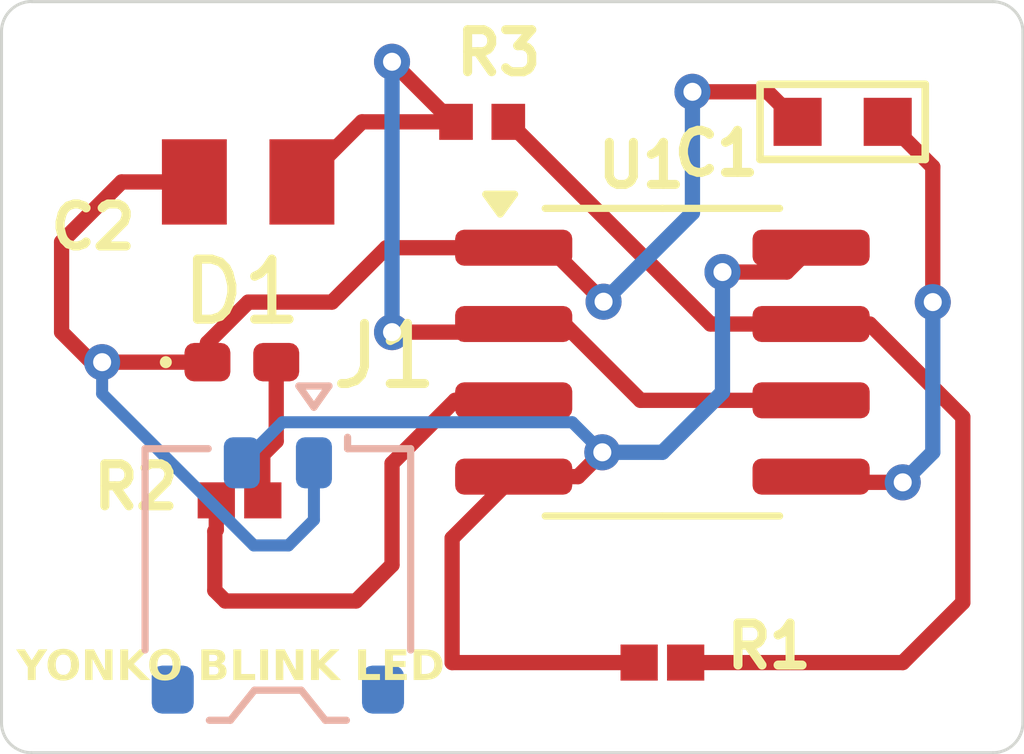
<source format=kicad_pcb>
(kicad_pcb (version 20240108) (generator "pcbnew") (generator_version "8.0")
  (title_block (title "Yonko Blink LED") (date "2025-06-26") (company "IDT"))
  (layers (0 "F.Cu" signal) (31 "B.Cu" signal) (34 "B.Paste" user) (35 "F.Paste" user) (36 "B.SilkS" user "B.Silkscreen") (37 "F.SilkS" user "F.Silkscreen") (38 "B.Mask" user) (39 "F.Mask" user) (44 "Edge.Cuts" user))
  (net 0 "")
  (net 1 "Net-(U1-CV)")
  (net 2 "Net-(U1-THR)")
  (net 3 "Net-(D1-A)")
  (net 4 "Net-(U1-DIS)")
  (net 5 "Net-(U1-Q)")
  (net 6 "Net-(D1-K)")
  (net 7 "Net-(J1-Pin_2)")
  (footprint "CRG0402J10K_10:RESC1005X40N" (layer "F.Cu") (at 125 86 180)
    (property "Reference" "R3" (at -0.275 1.15 0) (layer "F.SilkS") (effects (font (size 0.7 0.7))))
    (property "Value" "10K")
    (pad "1" smd rect (at -0.435 0 180) (size 0.56 0.6) (layers "F.Cu" "F.Paste" "F.Mask") (net 4 "Net-(U1-DIS)"))
    (pad "2" smd rect (at 0.435 0 180) (size 0.56 0.6) (layers "F.Cu" "F.Paste" "F.Mask") (net 2 "Net-(U1-THR)"))
  )
  (footprint "Package_SO:SOIC-8_3.9x4.9mm_P1.27mm" (layer "F.Cu") (at 128 90)
    (property "Reference" "U1" (at -0.35 -3.275 0) (layer "F.SilkS") (effects (font (size 0.7 0.7))))
    (property "Value" "NE555D")
    (fp_line (start 0 -2.56) (end -1.95 -2.56) (stroke (width 0.12)) (layer "F.SilkS"))
    (fp_line (start 0 -2.56) (end 1.95 -2.56) (stroke (width 0.12)) (layer "F.SilkS"))
    (fp_line (start 0 2.56) (end -1.95 2.56) (stroke (width 0.12)) (layer "F.SilkS"))
    (fp_line (start 0 2.56) (end 1.95 2.56) (stroke (width 0.12)) (layer "F.SilkS"))
    (fp_poly (pts (xy -2.7 -2.465) (xy -2.94 -2.795) (xy -2.46 -2.795) (xy -2.7 -2.465)) (stroke (width 0.12)) (fill solid) (layer "F.SilkS"))
    (pad "1" smd roundrect (at -2.475 -1.905) (size 1.95 0.6) (layers "F.Cu" "F.Paste" "F.Mask") (net 6 "Net-(D1-K)"))
    (pad "2" smd roundrect (at -2.475 -0.635) (size 1.95 0.6) (layers "F.Cu" "F.Paste" "F.Mask") (net 2 "Net-(U1-THR)"))
    (pad "3" smd roundrect (at -2.475 0.635) (size 1.95 0.6) (layers "F.Cu" "F.Paste" "F.Mask") (net 5 "Net-(U1-Q)"))
    (pad "4" smd roundrect (at -2.475 1.905) (size 1.95 0.6) (layers "F.Cu" "F.Paste" "F.Mask") (net 7 "Net-(J1-Pin_2)"))
    (pad "5" smd roundrect (at 2.475 1.905) (size 1.95 0.6) (layers "F.Cu" "F.Paste" "F.Mask") (net 1 "Net-(U1-CV)"))
    (pad "6" smd roundrect (at 2.475 0.635) (size 1.95 0.6) (layers "F.Cu" "F.Paste" "F.Mask") (net 2 "Net-(U1-THR)"))
    (pad "7" smd roundrect (at 2.475 -0.635) (size 1.95 0.6) (layers "F.Cu" "F.Paste" "F.Mask") (net 4 "Net-(U1-DIS)"))
    (pad "8" smd roundrect (at 2.475 -1.905) (size 1.95 0.6) (layers "F.Cu" "F.Paste" "F.Mask") (net 7 "Net-(J1-Pin_2)"))
  )
  (footprint "WCAP-CSGP_0603:WCAP-CSGP_0603_R" (layer "F.Cu") (at 131 86 180)
    (property "Reference" "C1" (at 2.1 -0.525 0) (layer "F.SilkS") (effects (font (size 0.7 0.7))))
    (property "Value" "10nF")
    (fp_line (start 1.375 0.625) (end -1.375 0.625) (stroke (width 0.127)) (layer "F.SilkS"))
    (fp_line (start 1.375 -0.625) (end 1.375 0.625) (stroke (width 0.127)) (layer "F.SilkS"))
    (fp_line (start -1.375 0.625) (end -1.375 -0.625) (stroke (width 0.127)) (layer "F.SilkS"))
    (fp_line (start -1.375 -0.625) (end 1.375 -0.625) (stroke (width 0.127)) (layer "F.SilkS"))
    (pad "1" smd rect (at -0.75 0 180) (size 0.8 0.8) (layers "F.Cu" "F.Paste" "F.Mask") (net 1 "Net-(U1-CV)"))
    (pad "2" smd rect (at 0.75 0 180) (size 0.8 0.8) (layers "F.Cu" "F.Paste" "F.Mask") (net 6 "Net-(D1-K)"))
  )
  (footprint "WR04X1001FTL:CAPC1005X55N" (layer "F.Cu") (at 120.962 92.3)
    (property "Reference" "R2" (at -1.725 -0.225 0) (layer "F.SilkS") (effects (font (size 0.7 0.7))))
    (property "Value" "1K")
    (pad "1" smd rect (at -0.387 0) (size 0.62 0.6) (layers "F.Cu" "F.Paste" "F.Mask") (net 5 "Net-(U1-Q)"))
    (pad "2" smd rect (at 0.387 0) (size 0.62 0.6) (layers "F.Cu" "F.Paste" "F.Mask") (net 3 "Net-(D1-A)"))
  )
  (footprint "GRM21BR71A106KA73L:CAPC2012X140N" (layer "F.Cu") (at 121.105 87 180)
    (property "Reference" "C2" (at 2.58 -0.75 0) (layer "F.SilkS") (effects (font (size 0.7 0.7))))
    (property "Value" "10uF")
    (pad "1" smd rect (at -0.895 0 180) (size 1.08 1.42) (layers "F.Cu" "F.Paste" "F.Mask") (net 2 "Net-(U1-THR)"))
    (pad "2" smd rect (at 0.895 0 180) (size 1.08 1.42) (layers "F.Cu" "F.Paste" "F.Mask") (net 6 "Net-(D1-K)"))
  )
  (footprint "LED_SMD:LED_0402_1005Metric_Pad0.77x0.64mm_HandSolder" (layer "F.Cu") (at 121 90)
    (property "Reference" "D1" (at 0 -1.17 0) (layer "F.SilkS"))
    (property "Value" "LED" (hide yes))
    (fp_circle (center -1.265 0) (end -1.215 0) (stroke (width 0.1)) (fill none) (layer "F.SilkS"))
    (pad "1" smd roundrect (at -0.5725 0) (size 0.765 0.64) (layers "F.Cu" "F.Paste" "F.Mask") (net 6 "Net-(D1-K)"))
    (pad "2" smd roundrect (at 0.5725 0) (size 0.765 0.64) (layers "F.Cu" "F.Paste" "F.Mask") (net 3 "Net-(D1-A)"))
  )
  (footprint "WR04X1001FTL:CAPC1005X55N" (layer "F.Cu") (at 128 95 180)
    (property "Reference" "R1" (at -1.775 0.275 0) (layer "F.SilkS") (effects (font (size 0.7 0.7))))
    (property "Value" "1K")
    (pad "1" smd rect (at -0.387 0 180) (size 0.62 0.6) (layers "F.Cu" "F.Paste" "F.Mask") (net 4 "Net-(U1-DIS)"))
    (pad "2" smd rect (at 0.387 0 180) (size 0.62 0.6) (layers "F.Cu" "F.Paste" "F.Mask") (net 7 "Net-(J1-Pin_2)"))
  )
  (footprint "Connector_JST:JST_ACH_BM02B-ACHSS-GAN-ETF_1x02-1MP_P1.20mm_Vertical" (layer "B.Cu") (at 121.6 93.55 180)
    (property "Reference" "J1" (at -1.775 3.65 0) (layer "F.SilkS"))
    (property "Value" "Conn_01x02_Socket")
    (fp_line (start 2.21 2.11) (end 2.21 -1.24) (stroke (width 0.12)) (layer "B.SilkS"))
    (fp_line (start 1.16 2.11) (end 2.21 2.11) (stroke (width 0.12)) (layer "B.SilkS"))
    (fp_line (start 1.14 -2.41) (end 0.79 -2.41) (stroke (width 0.12)) (layer "B.SilkS"))
    (fp_line (start 0.79 -2.41) (end 0.39 -1.91) (stroke (width 0.12)) (layer "B.SilkS"))
    (fp_line (start 0.39 -1.91) (end -0.39 -1.91) (stroke (width 0.12)) (layer "B.SilkS"))
    (fp_line (start -0.35 3.153553) (end -0.6 2.8) (stroke (width 0.12)) (layer "B.SilkS"))
    (fp_line (start -0.39 -1.91) (end -0.79 -2.41) (stroke (width 0.12)) (layer "B.SilkS"))
    (fp_line (start -0.6 2.8) (end -0.85 3.153553) (stroke (width 0.12)) (layer "B.SilkS"))
    (fp_line (start -0.79 -2.41) (end -1.14 -2.41) (stroke (width 0.12)) (layer "B.SilkS"))
    (fp_line (start -0.85 3.153553) (end -0.35 3.153553) (stroke (width 0.12)) (layer "B.SilkS"))
    (fp_line (start -1.16 2.3) (end -1.16 2.11) (stroke (width 0.12)) (layer "B.SilkS"))
    (fp_line (start -1.16 2.11) (end -2.21 2.11) (stroke (width 0.12)) (layer "B.SilkS"))
    (fp_line (start -2.21 2.11) (end -2.21 -1.24) (stroke (width 0.12)) (layer "B.SilkS"))
    (pad "1" smd roundrect (at -0.6 1.875 180) (size 0.6 0.85) (layers "B.Cu" "B.Paste" "B.Mask") (net 6 "Net-(D1-K)"))
    (pad "2" smd roundrect (at 0.6 1.875 180) (size 0.6 0.85) (layers "B.Cu" "B.Paste" "B.Mask") (net 7 "Net-(J1-Pin_2)"))
    (pad "MP" smd roundrect (at -1.75 -1.9 180) (size 0.7 0.8) (layers "B.Cu" "B.Paste" "B.Mask"))
    (pad "MP" smd roundrect (at 1.75 -1.9 180) (size 0.7 0.8) (layers "B.Cu" "B.Paste" "B.Mask"))
  )
  (gr_arc (start 134 96) (mid 133.853553 96.353553) (end 133.5 96.5) (stroke (width 0.05)) (layer "Edge.Cuts"))
  (gr_arc (start 117 84.5) (mid 117.148404 84.143238) (end 117.506051 83.996979) (stroke (width 0.05)) (layer "Edge.Cuts"))
  (gr_line (start 134 84.95) (end 134 96) (stroke (width 0.05)) (layer "Edge.Cuts"))
  (gr_line (start 133.5 96.5) (end 117.5 96.5) (stroke (width 0.05)) (layer "Edge.Cuts"))
  (gr_line (start 117 96) (end 117 84.5) (stroke (width 0.05)) (layer "Edge.Cuts"))
  (gr_arc (start 133.496447 83.999493) (mid 133.854298 84.148562) (end 134.000491 84.507597) (stroke (width 0.05)) (layer "Edge.Cuts"))
  (gr_arc (start 117.5 96.5) (mid 117.146447 96.353553) (end 117 96) (stroke (width 0.05)) (layer "Edge.Cuts"))
  (gr_line (start 117.5 83.999493) (end 133.496447 83.999493) (stroke (width 0.05)) (layer "Edge.Cuts"))
  (gr_line (start 134 84.5) (end 134 84.95) (stroke (width 0.05)) (layer "Edge.Cuts"))
  (gr_text "YONKO BLINK LED" (at 117.25 95.375 0) (layer "F.SilkS") (effects (font (size 0.5 0.5) (thickness 0.125) (bold yes)) (justify left bottom)))
  (segment (start 130.57 92) (end 130.475 91.905) (width 0.254) (layer "F.Cu") (net 1))
  (segment (start 132 92) (end 130.57 92) (width 0.254) (layer "F.Cu") (net 1))
  (segment (start 132.5 86.75) (end 132.5 89) (width 0.254) (layer "F.Cu") (net 1))
  (segment (start 131.75 86) (end 132.5 86.75) (width 0.254) (layer "F.Cu") (net 1))
  (via (at 132.5 89) (size 0.6) (drill 0.3) (layers "F.Cu" "B.Cu") (net 1))
  (via (at 132 92) (size 0.6) (drill 0.3) (layers "F.Cu" "B.Cu") (net 1))
  (segment (start 132.5 91.5) (end 132 92) (width 0.254) (layer "B.Cu") (net 1))
  (segment (start 132.5 89) (end 132.5 91.5) (width 0.254) (layer "B.Cu") (net 1))
  (segment (start 124.5 86) (end 123.5 85) (width 0.254) (layer "F.Cu") (net 2))
  (segment (start 123 86) (end 122 87) (width 0.254) (layer "F.Cu") (net 2))
  (segment (start 125.39 89.5) (end 125.525 89.365) (width 0.254) (layer "F.Cu") (net 2))
  (segment (start 123.5 89.5) (end 125.39 89.5) (width 0.254) (layer "F.Cu") (net 2))
  (segment (start 126.365 89.365) (end 127.635 90.635) (width 0.254) (layer "F.Cu") (net 2))
  (segment (start 124.565 86) (end 124.5 86) (width 0.254) (layer "F.Cu") (net 2))
  (segment (start 125.525 89.365) (end 126.365 89.365) (width 0.254) (layer "F.Cu") (net 2))
  (segment (start 127.635 90.635) (end 130.475 90.635) (width 0.254) (layer "F.Cu") (net 2))
  (segment (start 124.565 86) (end 123 86) (width 0.254) (layer "F.Cu") (net 2))
  (via (at 123.5 89.5) (size 0.6) (drill 0.3) (layers "F.Cu" "B.Cu") (net 2))
  (via (at 123.5 85) (size 0.6) (drill 0.3) (layers "F.Cu" "B.Cu") (net 2))
  (segment (start 123.5 85) (end 123.5 89.5) (width 0.254) (layer "B.Cu") (net 2))
  (segment (start 121.5725 90) (end 121.5725 91.3145) (width 0.254) (layer "F.Cu") (net 3))
  (segment (start 121.5725 91.3145) (end 121.349 91.538) (width 0.254) (layer "F.Cu") (net 3))
  (segment (start 121.349 91.538) (end 121.349 92.3) (width 0.254) (layer "F.Cu") (net 3))
  (segment (start 133 90.915001) (end 131.449999 89.365) (width 0.254) (layer "F.Cu") (net 4))
  (segment (start 131.449999 89.365) (end 130.475 89.365) (width 0.254) (layer "F.Cu") (net 4))
  (segment (start 133 94) (end 133 90.915001) (width 0.254) (layer "F.Cu") (net 4))
  (segment (start 128.387 95) (end 132 95) (width 0.254) (layer "F.Cu") (net 4))
  (segment (start 128.8 89.365) (end 130.475 89.365) (width 0.254) (layer "F.Cu") (net 4))
  (segment (start 125.435 86) (end 128.8 89.365) (width 0.254) (layer "F.Cu") (net 4))
  (segment (start 132 95) (end 133 94) (width 0.254) (layer "F.Cu") (net 4))
  (segment (start 124.550001 90.635) (end 123.5 91.685001) (width 0.254) (layer "F.Cu") (net 5))
  (segment (start 125.525 90.635) (end 124.550001 90.635) (width 0.254) (layer "F.Cu") (net 5))
  (segment (start 123.5 93.375) (end 122.9 93.975) (width 0.254) (layer "F.Cu") (net 5))
  (segment (start 120.725 93.975) (end 120.55 93.8) (width 0.254) (layer "F.Cu") (net 5))
  (segment (start 120.55 92.815) (end 120.575 92.79) (width 0.254) (layer "F.Cu") (net 5))
  (segment (start 122.9 93.975) (end 120.725 93.975) (width 0.254) (layer "F.Cu") (net 5))
  (segment (start 120.575 92.79) (end 120.575 92.3) (width 0.254) (layer "F.Cu") (net 5))
  (segment (start 120.55 93.8) (end 120.55 92.815) (width 0.254) (layer "F.Cu") (net 5))
  (segment (start 123.5 91.685001) (end 123.5 93.375) (width 0.254) (layer "F.Cu") (net 5))
  (segment (start 118 89.5) (end 118.5 90) (width 0.254) (layer "F.Cu") (net 6))
  (segment (start 118.675 90) (end 120.4275 90) (width 0.254) (layer "F.Cu") (net 6))
  (segment (start 128.5 85.5) (end 129.75 85.5) (width 0.254) (layer "F.Cu") (net 6))
  (segment (start 121.107501 89) (end 120.4275 89.680001) (width 0.254) (layer "F.Cu") (net 6))
  (segment (start 118.5 90) (end 118.675 90) (width 0.254) (layer "F.Cu") (net 6))
  (segment (start 119 87) (end 118 88) (width 0.254) (layer "F.Cu") (net 6))
  (segment (start 129.75 85.5) (end 130.25 86) (width 0.254) (layer "F.Cu") (net 6))
  (segment (start 125.525 88.095) (end 123.405 88.095) (width 0.254) (layer "F.Cu") (net 6))
  (segment (start 125.525 88.095) (end 126.122095 88.095) (width 0.254) (layer "F.Cu") (net 6))
  (segment (start 126.122095 88.095) (end 127.020868 88.993773) (width 0.254) (layer "F.Cu") (net 6))
  (segment (start 118 88) (end 118 89.5) (width 0.254) (layer "F.Cu") (net 6))
  (segment (start 120.4275 89.680001) (end 120.4275 90) (width 0.254) (layer "F.Cu") (net 6))
  (segment (start 122.5 89) (end 121.107501 89) (width 0.254) (layer "F.Cu") (net 6))
  (segment (start 120.21 87) (end 119 87) (width 0.254) (layer "F.Cu") (net 6))
  (segment (start 123.405 88.095) (end 122.5 89) (width 0.254) (layer "F.Cu") (net 6))
  (via (at 128.5 85.5) (size 0.6) (drill 0.3) (layers "F.Cu" "B.Cu") (net 6))
  (via (at 127.020868 88.993773) (size 0.6) (drill 0.3) (layers "F.Cu" "B.Cu") (net 6))
  (via (at 118.675 90) (size 0.6) (drill 0.3) (layers "F.Cu" "B.Cu") (net 6))
  (segment (start 122.2 91.675) (end 122.2 92.625) (width 0.2) (layer "B.Cu") (net 6))
  (segment (start 121.775 93.05) (end 121.2 93.05) (width 0.2) (layer "B.Cu") (net 6))
  (segment (start 121.2 93.05) (end 118.675 90.525) (width 0.2) (layer "B.Cu") (net 6))
  (segment (start 128.5 87.514641) (end 128.5 85.5) (width 0.254) (layer "B.Cu") (net 6))
  (segment (start 118.675 90.525) (end 118.675 90) (width 0.2) (layer "B.Cu") (net 6))
  (segment (start 122.2 92.625) (end 121.775 93.05) (width 0.2) (layer "B.Cu") (net 6))
  (segment (start 127.020868 88.993773) (end 128.5 87.514641) (width 0.254) (layer "B.Cu") (net 6))
  (segment (start 125.525 91.905) (end 126.595 91.905) (width 0.254) (layer "F.Cu") (net 7))
  (segment (start 124.5 92.93) (end 124.5 95) (width 0.254) (layer "F.Cu") (net 7))
  (segment (start 126.595 91.905) (end 127 91.5) (width 0.254) (layer "F.Cu") (net 7))
  (segment (start 129 88.5) (end 130.07 88.5) (width 0.254) (layer "F.Cu") (net 7))
  (segment (start 130.07 88.5) (end 130.475 88.095) (width 0.254) (layer "F.Cu") (net 7))
  (segment (start 124.5 95) (end 127.613 95) (width 0.254) (layer "F.Cu") (net 7))
  (segment (start 125.525 91.905) (end 124.5 92.93) (width 0.254) (layer "F.Cu") (net 7))
  (via (at 127 91.5) (size 0.6) (drill 0.3) (layers "F.Cu" "B.Cu") (net 7))
  (via (at 129 88.5) (size 0.6) (drill 0.3) (layers "F.Cu" "B.Cu") (net 7))
  (segment (start 128 91.5) (end 129 90.5) (width 0.254) (layer "B.Cu") (net 7))
  (segment (start 127 91.5) (end 128 91.5) (width 0.254) (layer "B.Cu") (net 7))
  (segment (start 129 90.5) (end 129 88.5) (width 0.254) (layer "B.Cu") (net 7))
  (segment (start 121 91.675) (end 121.675 91) (width 0.2) (layer "B.Cu") (net 7))
  (segment (start 126.5 91) (end 127 91.5) (width 0.2) (layer "B.Cu") (net 7))
  (segment (start 121.675 91) (end 126.5 91) (width 0.2) (layer "B.Cu") (net 7))
)
</source>
